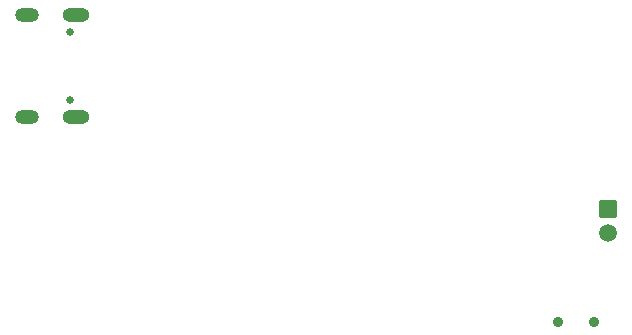
<source format=gbr>
%TF.GenerationSoftware,KiCad,Pcbnew,9.0.6*%
%TF.CreationDate,2025-12-13T17:25:46+11:00*%
%TF.ProjectId,esp32,65737033-322e-46b6-9963-61645f706362,rev?*%
%TF.SameCoordinates,Original*%
%TF.FileFunction,Soldermask,Bot*%
%TF.FilePolarity,Negative*%
%FSLAX46Y46*%
G04 Gerber Fmt 4.6, Leading zero omitted, Abs format (unit mm)*
G04 Created by KiCad (PCBNEW 9.0.6) date 2025-12-13 17:25:46*
%MOMM*%
%LPD*%
G01*
G04 APERTURE LIST*
G04 Aperture macros list*
%AMRoundRect*
0 Rectangle with rounded corners*
0 $1 Rounding radius*
0 $2 $3 $4 $5 $6 $7 $8 $9 X,Y pos of 4 corners*
0 Add a 4 corners polygon primitive as box body*
4,1,4,$2,$3,$4,$5,$6,$7,$8,$9,$2,$3,0*
0 Add four circle primitives for the rounded corners*
1,1,$1+$1,$2,$3*
1,1,$1+$1,$4,$5*
1,1,$1+$1,$6,$7*
1,1,$1+$1,$8,$9*
0 Add four rect primitives between the rounded corners*
20,1,$1+$1,$2,$3,$4,$5,0*
20,1,$1+$1,$4,$5,$6,$7,0*
20,1,$1+$1,$6,$7,$8,$9,0*
20,1,$1+$1,$8,$9,$2,$3,0*%
G04 Aperture macros list end*
%ADD10RoundRect,0.102000X-0.654000X0.654000X-0.654000X-0.654000X0.654000X-0.654000X0.654000X0.654000X0*%
%ADD11C,1.512000*%
%ADD12C,0.900000*%
%ADD13C,0.650000*%
%ADD14O,2.304000X1.204000*%
%ADD15O,2.004000X1.204000*%
G04 APERTURE END LIST*
D10*
%TO.C,J2*%
X124712500Y-48500000D03*
D11*
X124712500Y-50500000D03*
%TD*%
D12*
%TO.C,SW1*%
X120500000Y-58000000D03*
X123500000Y-58000000D03*
%TD*%
D13*
%TO.C,J1*%
X79180000Y-33432500D03*
X79180000Y-39212500D03*
D14*
X79680000Y-32002500D03*
X79680000Y-40642500D03*
D15*
X75500000Y-32002500D03*
X75500000Y-40642500D03*
%TD*%
M02*

</source>
